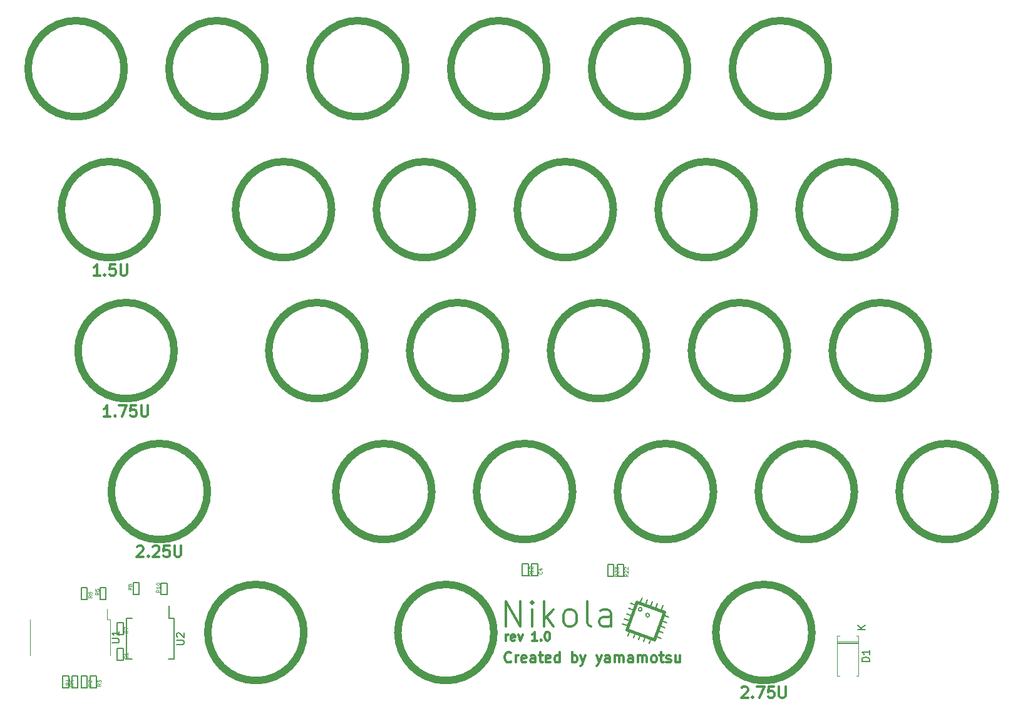
<source format=gbr>
G04 #@! TF.GenerationSoftware,KiCad,Pcbnew,(5.0.2)-1*
G04 #@! TF.CreationDate,2020-04-01T00:19:12+09:00*
G04 #@! TF.ProjectId,eckeyboard,65636b65-7962-46f6-9172-642e6b696361,rev?*
G04 #@! TF.SameCoordinates,Original*
G04 #@! TF.FileFunction,Legend,Top*
G04 #@! TF.FilePolarity,Positive*
%FSLAX46Y46*%
G04 Gerber Fmt 4.6, Leading zero omitted, Abs format (unit mm)*
G04 Created by KiCad (PCBNEW (5.0.2)-1) date 2020/04/01 0:19:12*
%MOMM*%
%LPD*%
G01*
G04 APERTURE LIST*
%ADD10C,0.300000*%
%ADD11C,0.150000*%
%ADD12C,0.120000*%
%ADD13C,1.000000*%
%ADD14C,0.200000*%
%ADD15C,0.400000*%
%ADD16C,0.075000*%
G04 APERTURE END LIST*
D10*
X108135339Y-127298899D02*
X108135339Y-126498899D01*
X108135339Y-126727470D02*
X108192482Y-126613184D01*
X108249625Y-126556042D01*
X108363911Y-126498899D01*
X108478197Y-126498899D01*
X109335339Y-127241756D02*
X109221054Y-127298899D01*
X108992482Y-127298899D01*
X108878197Y-127241756D01*
X108821054Y-127127470D01*
X108821054Y-126670327D01*
X108878197Y-126556042D01*
X108992482Y-126498899D01*
X109221054Y-126498899D01*
X109335339Y-126556042D01*
X109392482Y-126670327D01*
X109392482Y-126784613D01*
X108821054Y-126898899D01*
X109792482Y-126498899D02*
X110078197Y-127298899D01*
X110363911Y-126498899D01*
X112363911Y-127298899D02*
X111678197Y-127298899D01*
X112021054Y-127298899D02*
X112021054Y-126098899D01*
X111906768Y-126270327D01*
X111792482Y-126384613D01*
X111678197Y-126441756D01*
X112878197Y-127184613D02*
X112935339Y-127241756D01*
X112878197Y-127298899D01*
X112821054Y-127241756D01*
X112878197Y-127184613D01*
X112878197Y-127298899D01*
X113678197Y-126098899D02*
X113792482Y-126098899D01*
X113906768Y-126156042D01*
X113963911Y-126213184D01*
X114021054Y-126327470D01*
X114078197Y-126556042D01*
X114078197Y-126841756D01*
X114021054Y-127070327D01*
X113963911Y-127184613D01*
X113906768Y-127241756D01*
X113792482Y-127298899D01*
X113678197Y-127298899D01*
X113563911Y-127241756D01*
X113506768Y-127184613D01*
X113449625Y-127070327D01*
X113392482Y-126841756D01*
X113392482Y-126556042D01*
X113449625Y-126327470D01*
X113506768Y-126213184D01*
X113563911Y-126156042D01*
X113678197Y-126098899D01*
X108104387Y-125394137D02*
X108104387Y-121994137D01*
X110047244Y-125394137D01*
X110047244Y-121994137D01*
X111666292Y-125394137D02*
X111666292Y-123127470D01*
X111666292Y-121994137D02*
X111504387Y-122156042D01*
X111666292Y-122317946D01*
X111828197Y-122156042D01*
X111666292Y-121994137D01*
X111666292Y-122317946D01*
X113285339Y-125394137D02*
X113285339Y-121994137D01*
X113609149Y-124098899D02*
X114580577Y-125394137D01*
X114580577Y-123127470D02*
X113285339Y-124422708D01*
X116523435Y-125394137D02*
X116199625Y-125232232D01*
X116037720Y-125070327D01*
X115875816Y-124746518D01*
X115875816Y-123775089D01*
X116037720Y-123451280D01*
X116199625Y-123289375D01*
X116523435Y-123127470D01*
X117009149Y-123127470D01*
X117332958Y-123289375D01*
X117494863Y-123451280D01*
X117656768Y-123775089D01*
X117656768Y-124746518D01*
X117494863Y-125070327D01*
X117332958Y-125232232D01*
X117009149Y-125394137D01*
X116523435Y-125394137D01*
X119599625Y-125394137D02*
X119275816Y-125232232D01*
X119113911Y-124908422D01*
X119113911Y-121994137D01*
X122352006Y-125394137D02*
X122352006Y-123613184D01*
X122190101Y-123289375D01*
X121866292Y-123127470D01*
X121218673Y-123127470D01*
X120894863Y-123289375D01*
X122352006Y-125232232D02*
X122028197Y-125394137D01*
X121218673Y-125394137D01*
X120894863Y-125232232D01*
X120732958Y-124908422D01*
X120732958Y-124584613D01*
X120894863Y-124260803D01*
X121218673Y-124098899D01*
X122028197Y-124098899D01*
X122352006Y-123936994D01*
X108828196Y-130106042D02*
X108761530Y-130172708D01*
X108561530Y-130239375D01*
X108428196Y-130239375D01*
X108228196Y-130172708D01*
X108094863Y-130039375D01*
X108028196Y-129906042D01*
X107961530Y-129639375D01*
X107961530Y-129439375D01*
X108028196Y-129172708D01*
X108094863Y-129039375D01*
X108228196Y-128906042D01*
X108428196Y-128839375D01*
X108561530Y-128839375D01*
X108761530Y-128906042D01*
X108828196Y-128972708D01*
X109428196Y-130239375D02*
X109428196Y-129306042D01*
X109428196Y-129572708D02*
X109494863Y-129439375D01*
X109561530Y-129372708D01*
X109694863Y-129306042D01*
X109828196Y-129306042D01*
X110828196Y-130172708D02*
X110694863Y-130239375D01*
X110428196Y-130239375D01*
X110294863Y-130172708D01*
X110228196Y-130039375D01*
X110228196Y-129506042D01*
X110294863Y-129372708D01*
X110428196Y-129306042D01*
X110694863Y-129306042D01*
X110828196Y-129372708D01*
X110894863Y-129506042D01*
X110894863Y-129639375D01*
X110228196Y-129772708D01*
X112094863Y-130239375D02*
X112094863Y-129506042D01*
X112028196Y-129372708D01*
X111894863Y-129306042D01*
X111628196Y-129306042D01*
X111494863Y-129372708D01*
X112094863Y-130172708D02*
X111961530Y-130239375D01*
X111628196Y-130239375D01*
X111494863Y-130172708D01*
X111428196Y-130039375D01*
X111428196Y-129906042D01*
X111494863Y-129772708D01*
X111628196Y-129706042D01*
X111961530Y-129706042D01*
X112094863Y-129639375D01*
X112561530Y-129306042D02*
X113094863Y-129306042D01*
X112761530Y-128839375D02*
X112761530Y-130039375D01*
X112828196Y-130172708D01*
X112961530Y-130239375D01*
X113094863Y-130239375D01*
X114094863Y-130172708D02*
X113961530Y-130239375D01*
X113694863Y-130239375D01*
X113561530Y-130172708D01*
X113494863Y-130039375D01*
X113494863Y-129506042D01*
X113561530Y-129372708D01*
X113694863Y-129306042D01*
X113961530Y-129306042D01*
X114094863Y-129372708D01*
X114161530Y-129506042D01*
X114161530Y-129639375D01*
X113494863Y-129772708D01*
X115361530Y-130239375D02*
X115361530Y-128839375D01*
X115361530Y-130172708D02*
X115228196Y-130239375D01*
X114961530Y-130239375D01*
X114828196Y-130172708D01*
X114761530Y-130106042D01*
X114694863Y-129972708D01*
X114694863Y-129572708D01*
X114761530Y-129439375D01*
X114828196Y-129372708D01*
X114961530Y-129306042D01*
X115228196Y-129306042D01*
X115361530Y-129372708D01*
X117094863Y-130239375D02*
X117094863Y-128839375D01*
X117094863Y-129372708D02*
X117228196Y-129306042D01*
X117494863Y-129306042D01*
X117628196Y-129372708D01*
X117694863Y-129439375D01*
X117761530Y-129572708D01*
X117761530Y-129972708D01*
X117694863Y-130106042D01*
X117628196Y-130172708D01*
X117494863Y-130239375D01*
X117228196Y-130239375D01*
X117094863Y-130172708D01*
X118228196Y-129306042D02*
X118561530Y-130239375D01*
X118894863Y-129306042D02*
X118561530Y-130239375D01*
X118428196Y-130572708D01*
X118361530Y-130639375D01*
X118228196Y-130706042D01*
X120361530Y-129306042D02*
X120694863Y-130239375D01*
X121028196Y-129306042D02*
X120694863Y-130239375D01*
X120561530Y-130572708D01*
X120494863Y-130639375D01*
X120361530Y-130706042D01*
X122161530Y-130239375D02*
X122161530Y-129506042D01*
X122094863Y-129372708D01*
X121961530Y-129306042D01*
X121694863Y-129306042D01*
X121561530Y-129372708D01*
X122161530Y-130172708D02*
X122028196Y-130239375D01*
X121694863Y-130239375D01*
X121561530Y-130172708D01*
X121494863Y-130039375D01*
X121494863Y-129906042D01*
X121561530Y-129772708D01*
X121694863Y-129706042D01*
X122028196Y-129706042D01*
X122161530Y-129639375D01*
X122828196Y-130239375D02*
X122828196Y-129306042D01*
X122828196Y-129439375D02*
X122894863Y-129372708D01*
X123028196Y-129306042D01*
X123228196Y-129306042D01*
X123361530Y-129372708D01*
X123428196Y-129506042D01*
X123428196Y-130239375D01*
X123428196Y-129506042D02*
X123494863Y-129372708D01*
X123628196Y-129306042D01*
X123828196Y-129306042D01*
X123961530Y-129372708D01*
X124028196Y-129506042D01*
X124028196Y-130239375D01*
X125294863Y-130239375D02*
X125294863Y-129506042D01*
X125228196Y-129372708D01*
X125094863Y-129306042D01*
X124828196Y-129306042D01*
X124694863Y-129372708D01*
X125294863Y-130172708D02*
X125161530Y-130239375D01*
X124828196Y-130239375D01*
X124694863Y-130172708D01*
X124628196Y-130039375D01*
X124628196Y-129906042D01*
X124694863Y-129772708D01*
X124828196Y-129706042D01*
X125161530Y-129706042D01*
X125294863Y-129639375D01*
X125961530Y-130239375D02*
X125961530Y-129306042D01*
X125961530Y-129439375D02*
X126028196Y-129372708D01*
X126161530Y-129306042D01*
X126361530Y-129306042D01*
X126494863Y-129372708D01*
X126561530Y-129506042D01*
X126561530Y-130239375D01*
X126561530Y-129506042D02*
X126628196Y-129372708D01*
X126761530Y-129306042D01*
X126961530Y-129306042D01*
X127094863Y-129372708D01*
X127161530Y-129506042D01*
X127161530Y-130239375D01*
X128028196Y-130239375D02*
X127894863Y-130172708D01*
X127828196Y-130106042D01*
X127761530Y-129972708D01*
X127761530Y-129572708D01*
X127828196Y-129439375D01*
X127894863Y-129372708D01*
X128028196Y-129306042D01*
X128228196Y-129306042D01*
X128361530Y-129372708D01*
X128428196Y-129439375D01*
X128494863Y-129572708D01*
X128494863Y-129972708D01*
X128428196Y-130106042D01*
X128361530Y-130172708D01*
X128228196Y-130239375D01*
X128028196Y-130239375D01*
X128894863Y-129306042D02*
X129428196Y-129306042D01*
X129094863Y-128839375D02*
X129094863Y-130039375D01*
X129161530Y-130172708D01*
X129294863Y-130239375D01*
X129428196Y-130239375D01*
X129828196Y-130172708D02*
X129961530Y-130239375D01*
X130228196Y-130239375D01*
X130361530Y-130172708D01*
X130428196Y-130039375D01*
X130428196Y-129972708D01*
X130361530Y-129839375D01*
X130228196Y-129772708D01*
X130028196Y-129772708D01*
X129894863Y-129706042D01*
X129828196Y-129572708D01*
X129828196Y-129506042D01*
X129894863Y-129372708D01*
X130028196Y-129306042D01*
X130228196Y-129306042D01*
X130361530Y-129372708D01*
X131628196Y-129306042D02*
X131628196Y-130239375D01*
X131028196Y-129306042D02*
X131028196Y-130039375D01*
X131094863Y-130172708D01*
X131228196Y-130239375D01*
X131428196Y-130239375D01*
X131561530Y-130172708D01*
X131628196Y-130106042D01*
X140000000Y-133671428D02*
X140071428Y-133600000D01*
X140214285Y-133528571D01*
X140571428Y-133528571D01*
X140714285Y-133600000D01*
X140785714Y-133671428D01*
X140857142Y-133814285D01*
X140857142Y-133957142D01*
X140785714Y-134171428D01*
X139928571Y-135028571D01*
X140857142Y-135028571D01*
X141500000Y-134885714D02*
X141571428Y-134957142D01*
X141500000Y-135028571D01*
X141428571Y-134957142D01*
X141500000Y-134885714D01*
X141500000Y-135028571D01*
X142071428Y-133528571D02*
X143071428Y-133528571D01*
X142428571Y-135028571D01*
X144357142Y-133528571D02*
X143642857Y-133528571D01*
X143571428Y-134242857D01*
X143642857Y-134171428D01*
X143785714Y-134100000D01*
X144142857Y-134100000D01*
X144285714Y-134171428D01*
X144357142Y-134242857D01*
X144428571Y-134385714D01*
X144428571Y-134742857D01*
X144357142Y-134885714D01*
X144285714Y-134957142D01*
X144142857Y-135028571D01*
X143785714Y-135028571D01*
X143642857Y-134957142D01*
X143571428Y-134885714D01*
X145071428Y-133528571D02*
X145071428Y-134742857D01*
X145142857Y-134885714D01*
X145214285Y-134957142D01*
X145357142Y-135028571D01*
X145642857Y-135028571D01*
X145785714Y-134957142D01*
X145857142Y-134885714D01*
X145928571Y-134742857D01*
X145928571Y-133528571D01*
X58250000Y-114621428D02*
X58321428Y-114550000D01*
X58464285Y-114478571D01*
X58821428Y-114478571D01*
X58964285Y-114550000D01*
X59035714Y-114621428D01*
X59107142Y-114764285D01*
X59107142Y-114907142D01*
X59035714Y-115121428D01*
X58178571Y-115978571D01*
X59107142Y-115978571D01*
X59750000Y-115835714D02*
X59821428Y-115907142D01*
X59750000Y-115978571D01*
X59678571Y-115907142D01*
X59750000Y-115835714D01*
X59750000Y-115978571D01*
X60392857Y-114621428D02*
X60464285Y-114550000D01*
X60607142Y-114478571D01*
X60964285Y-114478571D01*
X61107142Y-114550000D01*
X61178571Y-114621428D01*
X61250000Y-114764285D01*
X61250000Y-114907142D01*
X61178571Y-115121428D01*
X60321428Y-115978571D01*
X61250000Y-115978571D01*
X62607142Y-114478571D02*
X61892857Y-114478571D01*
X61821428Y-115192857D01*
X61892857Y-115121428D01*
X62035714Y-115050000D01*
X62392857Y-115050000D01*
X62535714Y-115121428D01*
X62607142Y-115192857D01*
X62678571Y-115335714D01*
X62678571Y-115692857D01*
X62607142Y-115835714D01*
X62535714Y-115907142D01*
X62392857Y-115978571D01*
X62035714Y-115978571D01*
X61892857Y-115907142D01*
X61821428Y-115835714D01*
X63321428Y-114478571D02*
X63321428Y-115692857D01*
X63392857Y-115835714D01*
X63464285Y-115907142D01*
X63607142Y-115978571D01*
X63892857Y-115978571D01*
X64035714Y-115907142D01*
X64107142Y-115835714D01*
X64178571Y-115692857D01*
X64178571Y-114478571D01*
X54607142Y-97028571D02*
X53750000Y-97028571D01*
X54178571Y-97028571D02*
X54178571Y-95528571D01*
X54035714Y-95742857D01*
X53892857Y-95885714D01*
X53750000Y-95957142D01*
X55250000Y-96885714D02*
X55321428Y-96957142D01*
X55250000Y-97028571D01*
X55178571Y-96957142D01*
X55250000Y-96885714D01*
X55250000Y-97028571D01*
X55821428Y-95528571D02*
X56821428Y-95528571D01*
X56178571Y-97028571D01*
X58107142Y-95528571D02*
X57392857Y-95528571D01*
X57321428Y-96242857D01*
X57392857Y-96171428D01*
X57535714Y-96100000D01*
X57892857Y-96100000D01*
X58035714Y-96171428D01*
X58107142Y-96242857D01*
X58178571Y-96385714D01*
X58178571Y-96742857D01*
X58107142Y-96885714D01*
X58035714Y-96957142D01*
X57892857Y-97028571D01*
X57535714Y-97028571D01*
X57392857Y-96957142D01*
X57321428Y-96885714D01*
X58821428Y-95528571D02*
X58821428Y-96742857D01*
X58892857Y-96885714D01*
X58964285Y-96957142D01*
X59107142Y-97028571D01*
X59392857Y-97028571D01*
X59535714Y-96957142D01*
X59607142Y-96885714D01*
X59678571Y-96742857D01*
X59678571Y-95528571D01*
X53221428Y-77928571D02*
X52364285Y-77928571D01*
X52792857Y-77928571D02*
X52792857Y-76428571D01*
X52650000Y-76642857D01*
X52507142Y-76785714D01*
X52364285Y-76857142D01*
X53864285Y-77785714D02*
X53935714Y-77857142D01*
X53864285Y-77928571D01*
X53792857Y-77857142D01*
X53864285Y-77785714D01*
X53864285Y-77928571D01*
X55292857Y-76428571D02*
X54578571Y-76428571D01*
X54507142Y-77142857D01*
X54578571Y-77071428D01*
X54721428Y-77000000D01*
X55078571Y-77000000D01*
X55221428Y-77071428D01*
X55292857Y-77142857D01*
X55364285Y-77285714D01*
X55364285Y-77642857D01*
X55292857Y-77785714D01*
X55221428Y-77857142D01*
X55078571Y-77928571D01*
X54721428Y-77928571D01*
X54578571Y-77857142D01*
X54507142Y-77785714D01*
X56007142Y-76428571D02*
X56007142Y-77642857D01*
X56078571Y-77785714D01*
X56150000Y-77857142D01*
X56292857Y-77928571D01*
X56578571Y-77928571D01*
X56721428Y-77857142D01*
X56792857Y-77785714D01*
X56864285Y-77642857D01*
X56864285Y-76428571D01*
D11*
G04 #@! TO.C,C1*
X55550000Y-128350000D02*
X55550000Y-129950000D01*
X55550000Y-129950000D02*
X56350000Y-129950000D01*
X56350000Y-129950000D02*
X56350000Y-128350000D01*
X56350000Y-128350000D02*
X55550000Y-128350000D01*
G04 #@! TO.C,C4*
X112400000Y-116900000D02*
X111600000Y-116900000D01*
X112400000Y-118500000D02*
X112400000Y-116900000D01*
X111600000Y-118500000D02*
X112400000Y-118500000D01*
X111600000Y-116900000D02*
X111600000Y-118500000D01*
D12*
G04 #@! TO.C,D1*
X155490000Y-126640000D02*
X155820000Y-126640000D01*
X155820000Y-126640000D02*
X155820000Y-132080000D01*
X155820000Y-132080000D02*
X155490000Y-132080000D01*
X153210000Y-126640000D02*
X152880000Y-126640000D01*
X152880000Y-126640000D02*
X152880000Y-132080000D01*
X152880000Y-132080000D02*
X153210000Y-132080000D01*
X155820000Y-127540000D02*
X152880000Y-127540000D01*
X155820000Y-127660000D02*
X152880000Y-127660000D01*
X155820000Y-127420000D02*
X152880000Y-127420000D01*
D13*
G04 #@! TO.C,TP1*
X56500000Y-50000000D02*
G75*
G03X56500000Y-50000000I-6500000J0D01*
G01*
G04 #@! TO.C,TP2*
X61000000Y-69050000D02*
G75*
G03X61000000Y-69050000I-6500000J0D01*
G01*
G04 #@! TO.C,TP3*
X63250000Y-88100000D02*
G75*
G03X63250000Y-88100000I-6500000J0D01*
G01*
G04 #@! TO.C,TP4*
X75550000Y-50000000D02*
G75*
G03X75550000Y-50000000I-6500000J0D01*
G01*
G04 #@! TO.C,TP5*
X84550000Y-69050000D02*
G75*
G03X84550000Y-69050000I-6500000J0D01*
G01*
G04 #@! TO.C,TP6*
X89050000Y-88100000D02*
G75*
G03X89050000Y-88100000I-6500000J0D01*
G01*
G04 #@! TO.C,TP7*
X94600000Y-50000000D02*
G75*
G03X94600000Y-50000000I-6500000J0D01*
G01*
G04 #@! TO.C,TP8*
X103600000Y-69050000D02*
G75*
G03X103600000Y-69050000I-6500000J0D01*
G01*
G04 #@! TO.C,TP9*
X108100000Y-88100000D02*
G75*
G03X108100000Y-88100000I-6500000J0D01*
G01*
G04 #@! TO.C,TP10*
X67750000Y-107150000D02*
G75*
G03X67750000Y-107150000I-6500000J0D01*
G01*
G04 #@! TO.C,TP11*
X80800000Y-126200000D02*
G75*
G03X80800000Y-126200000I-6500000J0D01*
G01*
G04 #@! TO.C,TP12*
X98100000Y-107150000D02*
G75*
G03X98100000Y-107150000I-6500000J0D01*
G01*
G04 #@! TO.C,TP13*
X106500000Y-126200000D02*
G75*
G03X106500000Y-126200000I-6500000J0D01*
G01*
G04 #@! TO.C,TP14*
X117150000Y-107150000D02*
G75*
G03X117150000Y-107150000I-6500000J0D01*
G01*
G04 #@! TO.C,TP15*
X113650000Y-50000000D02*
G75*
G03X113650000Y-50000000I-6500000J0D01*
G01*
G04 #@! TO.C,TP16*
X122650000Y-69050000D02*
G75*
G03X122650000Y-69050000I-6500000J0D01*
G01*
G04 #@! TO.C,TP17*
X127150000Y-88100000D02*
G75*
G03X127150000Y-88100000I-6500000J0D01*
G01*
G04 #@! TO.C,TP18*
X136200000Y-107150000D02*
G75*
G03X136200000Y-107150000I-6500000J0D01*
G01*
G04 #@! TO.C,TP19*
X149500000Y-126200000D02*
G75*
G03X149500000Y-126200000I-6500000J0D01*
G01*
G04 #@! TO.C,TP20*
X132700000Y-50000000D02*
G75*
G03X132700000Y-50000000I-6500000J0D01*
G01*
G04 #@! TO.C,TP21*
X141700000Y-69050000D02*
G75*
G03X141700000Y-69050000I-6500000J0D01*
G01*
G04 #@! TO.C,TP22*
X146200000Y-88100000D02*
G75*
G03X146200000Y-88100000I-6500000J0D01*
G01*
G04 #@! TO.C,TP23*
X155250000Y-107150000D02*
G75*
G03X155250000Y-107150000I-6500000J0D01*
G01*
G04 #@! TO.C,TP24*
X151750000Y-50000000D02*
G75*
G03X151750000Y-50000000I-6500000J0D01*
G01*
G04 #@! TO.C,TP25*
X160750000Y-69050000D02*
G75*
G03X160750000Y-69050000I-6500000J0D01*
G01*
G04 #@! TO.C,TP26*
X165250000Y-88100000D02*
G75*
G03X165250000Y-88100000I-6500000J0D01*
G01*
G04 #@! TO.C,TP27*
X174300000Y-107150000D02*
G75*
G03X174300000Y-107150000I-6500000J0D01*
G01*
D11*
G04 #@! TO.C,R1*
X49430163Y-132032487D02*
X49430163Y-133632487D01*
X49430163Y-133632487D02*
X50230163Y-133632487D01*
X50230163Y-133632487D02*
X50230163Y-132032487D01*
X50230163Y-132032487D02*
X49430163Y-132032487D01*
G04 #@! TO.C,R2*
X51480163Y-132032487D02*
X50680163Y-132032487D01*
X51480163Y-133632487D02*
X51480163Y-132032487D01*
X50680163Y-133632487D02*
X51480163Y-133632487D01*
X50680163Y-132032487D02*
X50680163Y-133632487D01*
G04 #@! TO.C,R3*
X51930163Y-132032487D02*
X51930163Y-133632487D01*
X51930163Y-133632487D02*
X52730163Y-133632487D01*
X52730163Y-133632487D02*
X52730163Y-132032487D01*
X52730163Y-132032487D02*
X51930163Y-132032487D01*
G04 #@! TO.C,R4*
X48980163Y-132032487D02*
X48180163Y-132032487D01*
X48980163Y-133632487D02*
X48980163Y-132032487D01*
X48180163Y-133632487D02*
X48980163Y-133632487D01*
X48180163Y-132032487D02*
X48180163Y-133632487D01*
G04 #@! TO.C,R5*
X54030163Y-121700000D02*
X54030163Y-120100000D01*
X54030163Y-120100000D02*
X53230163Y-120100000D01*
X53230163Y-120100000D02*
X53230163Y-121700000D01*
X53230163Y-121700000D02*
X54030163Y-121700000D01*
G04 #@! TO.C,R6*
X51500000Y-120100000D02*
X50700000Y-120100000D01*
X51500000Y-121700000D02*
X51500000Y-120100000D01*
X50700000Y-121700000D02*
X51500000Y-121700000D01*
X50700000Y-120100000D02*
X50700000Y-121700000D01*
G04 #@! TO.C,R7*
X55550000Y-124850000D02*
X55550000Y-126450000D01*
X55550000Y-126450000D02*
X56350000Y-126450000D01*
X56350000Y-126450000D02*
X56350000Y-124850000D01*
X56350000Y-124850000D02*
X55550000Y-124850000D01*
G04 #@! TO.C,R8*
X57700000Y-121050000D02*
X58500000Y-121050000D01*
X57700000Y-119450000D02*
X57700000Y-121050000D01*
X58500000Y-119450000D02*
X57700000Y-119450000D01*
X58500000Y-121050000D02*
X58500000Y-119450000D01*
G04 #@! TO.C,R10*
X62300000Y-121100000D02*
X62300000Y-119500000D01*
X62300000Y-119500000D02*
X61500000Y-119500000D01*
X61500000Y-119500000D02*
X61500000Y-121100000D01*
X61500000Y-121100000D02*
X62300000Y-121100000D01*
G04 #@! TO.C,R12*
X110350000Y-116900000D02*
X110350000Y-118500000D01*
X110350000Y-118500000D02*
X111150000Y-118500000D01*
X111150000Y-118500000D02*
X111150000Y-116900000D01*
X111150000Y-116900000D02*
X110350000Y-116900000D01*
G04 #@! TO.C,R22*
X123200000Y-117000000D02*
X123200000Y-118600000D01*
X123200000Y-118600000D02*
X124000000Y-118600000D01*
X124000000Y-118600000D02*
X124000000Y-117000000D01*
X124000000Y-117000000D02*
X123200000Y-117000000D01*
G04 #@! TO.C,R23*
X122700000Y-117000000D02*
X121900000Y-117000000D01*
X122700000Y-118600000D02*
X122700000Y-117000000D01*
X121900000Y-118600000D02*
X122700000Y-118600000D01*
X121900000Y-117000000D02*
X121900000Y-118600000D01*
D12*
G04 #@! TO.C,U1*
X54580163Y-124432487D02*
X54180163Y-124432487D01*
X54180163Y-124432487D02*
X54180163Y-123032487D01*
X54580163Y-124432487D02*
X54580163Y-129232487D01*
X43780163Y-124432487D02*
X43780163Y-129232487D01*
D11*
G04 #@! TO.C,U2*
X63205000Y-124300000D02*
X62550000Y-124300000D01*
X63205000Y-129800000D02*
X62455000Y-129800000D01*
X56795000Y-129800000D02*
X57545000Y-129800000D01*
X56795000Y-124300000D02*
X57545000Y-124300000D01*
X63205000Y-124300000D02*
X63205000Y-129800000D01*
X56795000Y-124300000D02*
X56795000Y-129800000D01*
X62550000Y-124300000D02*
X62550000Y-122550000D01*
G04 #@! TO.C,REF\002A\002A*
X127523616Y-123854288D02*
G75*
G03X127523616Y-123854288I-250000J0D01*
G01*
X126532793Y-123067987D02*
G75*
G03X126532793Y-123067987I-250000J0D01*
G01*
D14*
X125633645Y-122512463D02*
X124928876Y-122255948D01*
X124607585Y-125331541D02*
X123902815Y-125075026D01*
X124864100Y-124626771D02*
X124159330Y-124370256D01*
X125377130Y-123217232D02*
X124672360Y-122960717D01*
X125120615Y-123922002D02*
X124415845Y-123665487D01*
X126315960Y-126485427D02*
X126059445Y-127190197D01*
X124906421Y-125972397D02*
X124649906Y-126677166D01*
X127725499Y-126998457D02*
X127468984Y-127703227D01*
X127020729Y-126741942D02*
X126764214Y-127446712D01*
X125611190Y-126228912D02*
X125354675Y-126933682D01*
X129392415Y-123880543D02*
X130097185Y-124137058D01*
X128622870Y-125994852D02*
X129327640Y-126251367D01*
X128879385Y-125290082D02*
X129584155Y-125546597D01*
X129135900Y-124585313D02*
X129840670Y-124841828D01*
X128366355Y-126699621D02*
X129071124Y-126956136D01*
X129093579Y-123239687D02*
X129350094Y-122534918D01*
X128388810Y-122983172D02*
X128645325Y-122278402D01*
X127684040Y-122726657D02*
X127940555Y-122021887D01*
X126979271Y-122470142D02*
X127235786Y-121765372D01*
X126274501Y-122213627D02*
X126531016Y-121508857D01*
D15*
X124436574Y-125801387D02*
X125804655Y-122042616D01*
X128195345Y-127169468D02*
X124436574Y-125801387D01*
X129563426Y-123410697D02*
X128195345Y-127169468D01*
X125804655Y-122042616D02*
X129563426Y-123410697D01*
G04 #@! TO.C,C1*
D16*
X56928571Y-129433333D02*
X56952380Y-129457142D01*
X56976190Y-129528571D01*
X56976190Y-129576190D01*
X56952380Y-129647619D01*
X56904761Y-129695238D01*
X56857142Y-129719047D01*
X56761904Y-129742857D01*
X56690476Y-129742857D01*
X56595238Y-129719047D01*
X56547619Y-129695238D01*
X56500000Y-129647619D01*
X56476190Y-129576190D01*
X56476190Y-129528571D01*
X56500000Y-129457142D01*
X56523809Y-129433333D01*
X56976190Y-128957142D02*
X56976190Y-129242857D01*
X56976190Y-129100000D02*
X56476190Y-129100000D01*
X56547619Y-129147619D01*
X56595238Y-129195238D01*
X56619047Y-129242857D01*
G04 #@! TO.C,C4*
X112978571Y-117983333D02*
X113002380Y-118007142D01*
X113026190Y-118078571D01*
X113026190Y-118126190D01*
X113002380Y-118197619D01*
X112954761Y-118245238D01*
X112907142Y-118269047D01*
X112811904Y-118292857D01*
X112740476Y-118292857D01*
X112645238Y-118269047D01*
X112597619Y-118245238D01*
X112550000Y-118197619D01*
X112526190Y-118126190D01*
X112526190Y-118078571D01*
X112550000Y-118007142D01*
X112573809Y-117983333D01*
X112692857Y-117554761D02*
X113026190Y-117554761D01*
X112502380Y-117673809D02*
X112859523Y-117792857D01*
X112859523Y-117483333D01*
G04 #@! TO.C,D1*
D11*
X157272380Y-130098095D02*
X156272380Y-130098095D01*
X156272380Y-129860000D01*
X156320000Y-129717142D01*
X156415238Y-129621904D01*
X156510476Y-129574285D01*
X156700952Y-129526666D01*
X156843809Y-129526666D01*
X157034285Y-129574285D01*
X157129523Y-129621904D01*
X157224761Y-129717142D01*
X157272380Y-129860000D01*
X157272380Y-130098095D01*
X157272380Y-128574285D02*
X157272380Y-129145714D01*
X157272380Y-128860000D02*
X156272380Y-128860000D01*
X156415238Y-128955238D01*
X156510476Y-129050476D01*
X156558095Y-129145714D01*
X156702380Y-125811904D02*
X155702380Y-125811904D01*
X156702380Y-125240476D02*
X156130952Y-125669047D01*
X155702380Y-125240476D02*
X156273809Y-125811904D01*
G04 #@! TO.C,R1*
D16*
X49106353Y-132965820D02*
X48868258Y-133132487D01*
X49106353Y-133251534D02*
X48606353Y-133251534D01*
X48606353Y-133061058D01*
X48630163Y-133013439D01*
X48653972Y-132989629D01*
X48701591Y-132965820D01*
X48773020Y-132965820D01*
X48820639Y-132989629D01*
X48844448Y-133013439D01*
X48868258Y-133061058D01*
X48868258Y-133251534D01*
X49106353Y-132489629D02*
X49106353Y-132775344D01*
X49106353Y-132632487D02*
X48606353Y-132632487D01*
X48677782Y-132680106D01*
X48725401Y-132727725D01*
X48749210Y-132775344D01*
G04 #@! TO.C,R2*
X52106353Y-133115820D02*
X51868258Y-133282487D01*
X52106353Y-133401534D02*
X51606353Y-133401534D01*
X51606353Y-133211058D01*
X51630163Y-133163439D01*
X51653972Y-133139629D01*
X51701591Y-133115820D01*
X51773020Y-133115820D01*
X51820639Y-133139629D01*
X51844448Y-133163439D01*
X51868258Y-133211058D01*
X51868258Y-133401534D01*
X51653972Y-132925344D02*
X51630163Y-132901534D01*
X51606353Y-132853915D01*
X51606353Y-132734867D01*
X51630163Y-132687248D01*
X51653972Y-132663439D01*
X51701591Y-132639629D01*
X51749210Y-132639629D01*
X51820639Y-132663439D01*
X52106353Y-132949153D01*
X52106353Y-132639629D01*
G04 #@! TO.C,R3*
X53356353Y-133115820D02*
X53118258Y-133282487D01*
X53356353Y-133401534D02*
X52856353Y-133401534D01*
X52856353Y-133211058D01*
X52880163Y-133163439D01*
X52903972Y-133139629D01*
X52951591Y-133115820D01*
X53023020Y-133115820D01*
X53070639Y-133139629D01*
X53094448Y-133163439D01*
X53118258Y-133211058D01*
X53118258Y-133401534D01*
X52856353Y-132949153D02*
X52856353Y-132639629D01*
X53046829Y-132806296D01*
X53046829Y-132734867D01*
X53070639Y-132687248D01*
X53094448Y-132663439D01*
X53142067Y-132639629D01*
X53261115Y-132639629D01*
X53308734Y-132663439D01*
X53332543Y-132687248D01*
X53356353Y-132734867D01*
X53356353Y-132877725D01*
X53332543Y-132925344D01*
X53308734Y-132949153D01*
G04 #@! TO.C,R4*
X49606353Y-133115820D02*
X49368258Y-133282487D01*
X49606353Y-133401534D02*
X49106353Y-133401534D01*
X49106353Y-133211058D01*
X49130163Y-133163439D01*
X49153972Y-133139629D01*
X49201591Y-133115820D01*
X49273020Y-133115820D01*
X49320639Y-133139629D01*
X49344448Y-133163439D01*
X49368258Y-133211058D01*
X49368258Y-133401534D01*
X49273020Y-132687248D02*
X49606353Y-132687248D01*
X49082543Y-132806296D02*
X49439686Y-132925344D01*
X49439686Y-132615820D01*
G04 #@! TO.C,R5*
X53056353Y-120783333D02*
X52818258Y-120950000D01*
X53056353Y-121069047D02*
X52556353Y-121069047D01*
X52556353Y-120878571D01*
X52580163Y-120830952D01*
X52603972Y-120807142D01*
X52651591Y-120783333D01*
X52723020Y-120783333D01*
X52770639Y-120807142D01*
X52794448Y-120830952D01*
X52818258Y-120878571D01*
X52818258Y-121069047D01*
X52556353Y-120330952D02*
X52556353Y-120569047D01*
X52794448Y-120592857D01*
X52770639Y-120569047D01*
X52746829Y-120521428D01*
X52746829Y-120402380D01*
X52770639Y-120354761D01*
X52794448Y-120330952D01*
X52842067Y-120307142D01*
X52961115Y-120307142D01*
X53008734Y-120330952D01*
X53032543Y-120354761D01*
X53056353Y-120402380D01*
X53056353Y-120521428D01*
X53032543Y-120569047D01*
X53008734Y-120592857D01*
G04 #@! TO.C,R6*
X52126190Y-121183333D02*
X51888095Y-121350000D01*
X52126190Y-121469047D02*
X51626190Y-121469047D01*
X51626190Y-121278571D01*
X51650000Y-121230952D01*
X51673809Y-121207142D01*
X51721428Y-121183333D01*
X51792857Y-121183333D01*
X51840476Y-121207142D01*
X51864285Y-121230952D01*
X51888095Y-121278571D01*
X51888095Y-121469047D01*
X51626190Y-120754761D02*
X51626190Y-120850000D01*
X51650000Y-120897619D01*
X51673809Y-120921428D01*
X51745238Y-120969047D01*
X51840476Y-120992857D01*
X52030952Y-120992857D01*
X52078571Y-120969047D01*
X52102380Y-120945238D01*
X52126190Y-120897619D01*
X52126190Y-120802380D01*
X52102380Y-120754761D01*
X52078571Y-120730952D01*
X52030952Y-120707142D01*
X51911904Y-120707142D01*
X51864285Y-120730952D01*
X51840476Y-120754761D01*
X51816666Y-120802380D01*
X51816666Y-120897619D01*
X51840476Y-120945238D01*
X51864285Y-120969047D01*
X51911904Y-120992857D01*
G04 #@! TO.C,R7*
X56976190Y-125933333D02*
X56738095Y-126100000D01*
X56976190Y-126219047D02*
X56476190Y-126219047D01*
X56476190Y-126028571D01*
X56500000Y-125980952D01*
X56523809Y-125957142D01*
X56571428Y-125933333D01*
X56642857Y-125933333D01*
X56690476Y-125957142D01*
X56714285Y-125980952D01*
X56738095Y-126028571D01*
X56738095Y-126219047D01*
X56476190Y-125766666D02*
X56476190Y-125433333D01*
X56976190Y-125647619D01*
G04 #@! TO.C,R8*
X57526190Y-120133333D02*
X57288095Y-120300000D01*
X57526190Y-120419047D02*
X57026190Y-120419047D01*
X57026190Y-120228571D01*
X57050000Y-120180952D01*
X57073809Y-120157142D01*
X57121428Y-120133333D01*
X57192857Y-120133333D01*
X57240476Y-120157142D01*
X57264285Y-120180952D01*
X57288095Y-120228571D01*
X57288095Y-120419047D01*
X57240476Y-119847619D02*
X57216666Y-119895238D01*
X57192857Y-119919047D01*
X57145238Y-119942857D01*
X57121428Y-119942857D01*
X57073809Y-119919047D01*
X57050000Y-119895238D01*
X57026190Y-119847619D01*
X57026190Y-119752380D01*
X57050000Y-119704761D01*
X57073809Y-119680952D01*
X57121428Y-119657142D01*
X57145238Y-119657142D01*
X57192857Y-119680952D01*
X57216666Y-119704761D01*
X57240476Y-119752380D01*
X57240476Y-119847619D01*
X57264285Y-119895238D01*
X57288095Y-119919047D01*
X57335714Y-119942857D01*
X57430952Y-119942857D01*
X57478571Y-119919047D01*
X57502380Y-119895238D01*
X57526190Y-119847619D01*
X57526190Y-119752380D01*
X57502380Y-119704761D01*
X57478571Y-119680952D01*
X57430952Y-119657142D01*
X57335714Y-119657142D01*
X57288095Y-119680952D01*
X57264285Y-119704761D01*
X57240476Y-119752380D01*
G04 #@! TO.C,R10*
X61326190Y-120421428D02*
X61088095Y-120588095D01*
X61326190Y-120707142D02*
X60826190Y-120707142D01*
X60826190Y-120516666D01*
X60850000Y-120469047D01*
X60873809Y-120445238D01*
X60921428Y-120421428D01*
X60992857Y-120421428D01*
X61040476Y-120445238D01*
X61064285Y-120469047D01*
X61088095Y-120516666D01*
X61088095Y-120707142D01*
X61326190Y-119945238D02*
X61326190Y-120230952D01*
X61326190Y-120088095D02*
X60826190Y-120088095D01*
X60897619Y-120135714D01*
X60945238Y-120183333D01*
X60969047Y-120230952D01*
X60826190Y-119635714D02*
X60826190Y-119588095D01*
X60850000Y-119540476D01*
X60873809Y-119516666D01*
X60921428Y-119492857D01*
X61016666Y-119469047D01*
X61135714Y-119469047D01*
X61230952Y-119492857D01*
X61278571Y-119516666D01*
X61302380Y-119540476D01*
X61326190Y-119588095D01*
X61326190Y-119635714D01*
X61302380Y-119683333D01*
X61278571Y-119707142D01*
X61230952Y-119730952D01*
X61135714Y-119754761D01*
X61016666Y-119754761D01*
X60921428Y-119730952D01*
X60873809Y-119707142D01*
X60850000Y-119683333D01*
X60826190Y-119635714D01*
G04 #@! TO.C,R12*
X111776190Y-118221428D02*
X111538095Y-118388095D01*
X111776190Y-118507142D02*
X111276190Y-118507142D01*
X111276190Y-118316666D01*
X111300000Y-118269047D01*
X111323809Y-118245238D01*
X111371428Y-118221428D01*
X111442857Y-118221428D01*
X111490476Y-118245238D01*
X111514285Y-118269047D01*
X111538095Y-118316666D01*
X111538095Y-118507142D01*
X111776190Y-117745238D02*
X111776190Y-118030952D01*
X111776190Y-117888095D02*
X111276190Y-117888095D01*
X111347619Y-117935714D01*
X111395238Y-117983333D01*
X111419047Y-118030952D01*
X111323809Y-117554761D02*
X111300000Y-117530952D01*
X111276190Y-117483333D01*
X111276190Y-117364285D01*
X111300000Y-117316666D01*
X111323809Y-117292857D01*
X111371428Y-117269047D01*
X111419047Y-117269047D01*
X111490476Y-117292857D01*
X111776190Y-117578571D01*
X111776190Y-117269047D01*
G04 #@! TO.C,R22*
X124626190Y-118321428D02*
X124388095Y-118488095D01*
X124626190Y-118607142D02*
X124126190Y-118607142D01*
X124126190Y-118416666D01*
X124150000Y-118369047D01*
X124173809Y-118345238D01*
X124221428Y-118321428D01*
X124292857Y-118321428D01*
X124340476Y-118345238D01*
X124364285Y-118369047D01*
X124388095Y-118416666D01*
X124388095Y-118607142D01*
X124173809Y-118130952D02*
X124150000Y-118107142D01*
X124126190Y-118059523D01*
X124126190Y-117940476D01*
X124150000Y-117892857D01*
X124173809Y-117869047D01*
X124221428Y-117845238D01*
X124269047Y-117845238D01*
X124340476Y-117869047D01*
X124626190Y-118154761D01*
X124626190Y-117845238D01*
X124173809Y-117654761D02*
X124150000Y-117630952D01*
X124126190Y-117583333D01*
X124126190Y-117464285D01*
X124150000Y-117416666D01*
X124173809Y-117392857D01*
X124221428Y-117369047D01*
X124269047Y-117369047D01*
X124340476Y-117392857D01*
X124626190Y-117678571D01*
X124626190Y-117369047D01*
G04 #@! TO.C,R23*
X123326190Y-118321428D02*
X123088095Y-118488095D01*
X123326190Y-118607142D02*
X122826190Y-118607142D01*
X122826190Y-118416666D01*
X122850000Y-118369047D01*
X122873809Y-118345238D01*
X122921428Y-118321428D01*
X122992857Y-118321428D01*
X123040476Y-118345238D01*
X123064285Y-118369047D01*
X123088095Y-118416666D01*
X123088095Y-118607142D01*
X122873809Y-118130952D02*
X122850000Y-118107142D01*
X122826190Y-118059523D01*
X122826190Y-117940476D01*
X122850000Y-117892857D01*
X122873809Y-117869047D01*
X122921428Y-117845238D01*
X122969047Y-117845238D01*
X123040476Y-117869047D01*
X123326190Y-118154761D01*
X123326190Y-117845238D01*
X122826190Y-117678571D02*
X122826190Y-117369047D01*
X123016666Y-117535714D01*
X123016666Y-117464285D01*
X123040476Y-117416666D01*
X123064285Y-117392857D01*
X123111904Y-117369047D01*
X123230952Y-117369047D01*
X123278571Y-117392857D01*
X123302380Y-117416666D01*
X123326190Y-117464285D01*
X123326190Y-117607142D01*
X123302380Y-117654761D01*
X123278571Y-117678571D01*
G04 #@! TO.C,U1*
D11*
X54832543Y-127594391D02*
X55642067Y-127594391D01*
X55737305Y-127546772D01*
X55784924Y-127499153D01*
X55832543Y-127403915D01*
X55832543Y-127213439D01*
X55784924Y-127118201D01*
X55737305Y-127070582D01*
X55642067Y-127022963D01*
X54832543Y-127022963D01*
X55832543Y-126022963D02*
X55832543Y-126594391D01*
X55832543Y-126308677D02*
X54832543Y-126308677D01*
X54975401Y-126403915D01*
X55070639Y-126499153D01*
X55118258Y-126594391D01*
G04 #@! TO.C,U2*
X63582380Y-127811904D02*
X64391904Y-127811904D01*
X64487142Y-127764285D01*
X64534761Y-127716666D01*
X64582380Y-127621428D01*
X64582380Y-127430952D01*
X64534761Y-127335714D01*
X64487142Y-127288095D01*
X64391904Y-127240476D01*
X63582380Y-127240476D01*
X63677619Y-126811904D02*
X63630000Y-126764285D01*
X63582380Y-126669047D01*
X63582380Y-126430952D01*
X63630000Y-126335714D01*
X63677619Y-126288095D01*
X63772857Y-126240476D01*
X63868095Y-126240476D01*
X64010952Y-126288095D01*
X64582380Y-126859523D01*
X64582380Y-126240476D01*
G04 #@! TD*
M02*

</source>
